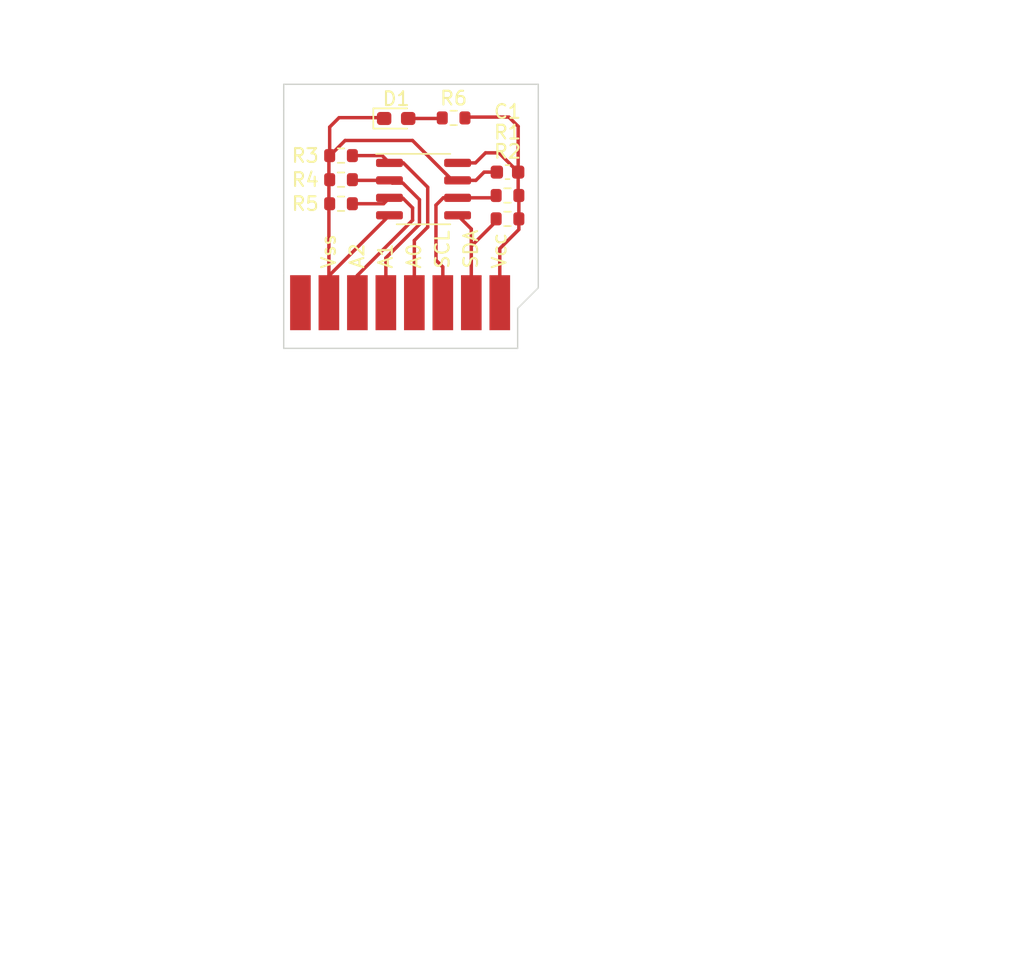
<source format=kicad_pcb>
(kicad_pcb (version 20211014) (generator pcbnew)
  (layers (0 "F.Cu" signal) (31 "B.Cu" signal) (34 "B.Paste" user) (35 "F.Paste" user) (36 "B.SilkS" user "B.Silkscreen") (37 "F.SilkS" user "F.Silkscreen") (38 "B.Mask" user) (39 "F.Mask" user) (44 "Edge.Cuts" user))
  (net 0 "")
  (net 2 "VCC")
  (net 3 "VSS")
  (net 4 "Net-(D1-Pad2)")
  (net 5 "/A0")
  (net 6 "/A1")
  (net 7 "/A2")
  (net 8 "/SDA")
  (net 9 "/SCL")
  (footprint "01_Passives:RES_0603" (layer "F.Cu") (at 118.06 84.9)
    (fp_text reference "R3" (at -2.6 0) (layer "F.SilkS"))
    (fp_text value "RES_0603_10K_1%")
    (fp_line (start -0.237258 -0.5225) (end 0.237258 -0.5225) (layer "F.SilkS") (width 0.12))
    (fp_line (start -0.237258 0.5225) (end 0.237258 0.5225) (layer "F.SilkS") (width 0.12))
    (pad "1" smd roundrect (at -0.825 0) (size 0.8 0.95) (layers "F.Cu" "F.Paste" "F.Mask") (net 3 "VSS"))
    (pad "2" smd roundrect (at 0.825 0) (size 0.8 0.95) (layers "F.Cu" "F.Paste" "F.Mask") (net 5 "/A0"))
  )
  (footprint "01_Passives:CAP_0603" (layer "F.Cu") (at 130.16 86.1 180)
    (fp_text reference "C1" (at 0 4.4) (layer "F.SilkS"))
    (fp_text value "CAP_0603_100nF_50V")
    (fp_line (start -0.14058 -0.51) (end 0.14058 -0.51) (layer "F.SilkS") (width 0.12))
    (fp_line (start -0.14058 0.51) (end 0.14058 0.51) (layer "F.SilkS") (width 0.12))
    (pad "1" smd roundrect (at -0.775 0 180) (size 0.9 0.95) (layers "F.Cu" "F.Paste" "F.Mask") (net 2 "VCC"))
    (pad "2" smd roundrect (at 0.775 0 180) (size 0.9 0.95) (layers "F.Cu" "F.Paste" "F.Mask") (net 3 "VSS"))
  )
  (footprint "01_Passives:RES_0603" (layer "F.Cu") (at 126.2425 82.16)
    (fp_text reference "R6" (at 0 -1.43) (layer "F.SilkS"))
    (fp_text value "RES_0603_150_1%")
    (fp_line (start -0.237258 0.5225) (end 0.237258 0.5225) (layer "F.SilkS") (width 0.12))
    (fp_line (start -0.237258 -0.5225) (end 0.237258 -0.5225) (layer "F.SilkS") (width 0.12))
    (pad "1" smd roundrect (at -0.825 0) (size 0.8 0.95) (layers "F.Cu" "F.Paste" "F.Mask") (net 4 "Net-(D1-Pad2)"))
    (pad "2" smd roundrect (at 0.825 0) (size 0.8 0.95) (layers "F.Cu" "F.Paste" "F.Mask") (net 2 "VCC"))
  )
  (footprint "01_Passives:RES_0603" (layer "F.Cu") (at 118.06 88.4)
    (fp_text reference "R5" (at -2.6 0) (layer "F.SilkS"))
    (fp_text value "RES_0603_10K_1%")
    (fp_line (start -0.237258 0.5225) (end 0.237258 0.5225) (layer "F.SilkS") (width 0.12))
    (fp_line (start -0.237258 -0.5225) (end 0.237258 -0.5225) (layer "F.SilkS") (width 0.12))
    (pad "1" smd roundrect (at -0.825 0) (size 0.8 0.95) (layers "F.Cu" "F.Paste" "F.Mask") (net 3 "VSS"))
    (pad "2" smd roundrect (at 0.825 0) (size 0.8 0.95) (layers "F.Cu" "F.Paste" "F.Mask") (net 7 "/A2"))
  )
  (footprint "LED_SMD:LED_0603_1608Metric_Pad1.05x0.95mm_HandSolder" (layer "F.Cu") (at 122.0675 82.2)
    (fp_text reference "D1" (at 0 -1.43) (layer "F.SilkS"))
    (fp_text value "LED")
    (fp_line (start 0.8 -0.735) (end -1.66 -0.735) (layer "F.SilkS") (width 0.12))
    (fp_line (start -1.66 -0.735) (end -1.66 0.735) (layer "F.SilkS") (width 0.12))
    (fp_line (start -1.66 0.735) (end 0.8 0.735) (layer "F.SilkS") (width 0.12))
    (pad "1" smd roundrect (at -0.875 0) (size 1.05 0.95) (layers "F.Cu" "F.Paste" "F.Mask") (net 3 "VSS"))
    (pad "2" smd roundrect (at 0.875 0) (size 1.05 0.95) (layers "F.Cu" "F.Paste" "F.Mask") (net 4 "Net-(D1-Pad2)"))
  )
  (footprint "01_Passives:RES_0603" (layer "F.Cu") (at 130.16 89.5)
    (fp_text reference "R1" (at 0 -6.3) (layer "F.SilkS"))
    (fp_text value "RES_0603_10K_1%")
    (fp_line (start -0.237258 0.5225) (end 0.237258 0.5225) (layer "F.SilkS") (width 0.12))
    (fp_line (start -0.237258 -0.5225) (end 0.237258 -0.5225) (layer "F.SilkS") (width 0.12))
    (pad "1" smd roundrect (at -0.825 0) (size 0.8 0.95) (layers "F.Cu" "F.Paste" "F.Mask") (net 8 "/SDA"))
    (pad "2" smd roundrect (at 0.825 0) (size 0.8 0.95) (layers "F.Cu" "F.Paste" "F.Mask") (net 2 "VCC"))
  )
  (footprint "01_Passives:RES_0603" (layer "F.Cu") (at 118.06 86.65)
    (fp_text reference "R4" (at -2.6 0) (layer "F.SilkS"))
    (fp_text value "RES_0603_10K_1%")
    (fp_line (start -0.237258 -0.5225) (end 0.237258 -0.5225) (layer "F.SilkS") (width 0.12))
    (fp_line (start -0.237258 0.5225) (end 0.237258 0.5225) (layer "F.SilkS") (width 0.12))
    (pad "1" smd roundrect (at -0.825 0) (size 0.8 0.95) (layers "F.Cu" "F.Paste" "F.Mask") (net 3 "VSS"))
    (pad "2" smd roundrect (at 0.825 0) (size 0.8 0.95) (layers "F.Cu" "F.Paste" "F.Mask") (net 6 "/A1"))
  )
  (footprint "02_Connectors:EEPROM_Cartridge_Connector" (layer "F.Cu") (at 122.359723 90.500338)
    (fp_text reference "J1" hide)
    (fp_text value "Conn_01x08_Male" hide)
    (pad "1" connect rect (at -7.250531 5.094158) (size 1.5 4) (layers "F.Cu" "F.Mask"))
    (pad "2" connect rect (at -5.180672 5.094158) (size 1.5 4) (layers "F.Cu" "F.Mask") (net 3 "VSS"))
    (pad "3" connect rect (at -3.110813 5.094158) (size 1.5 4) (layers "F.Cu" "F.Mask") (net 7 "/A2"))
    (pad "4" connect rect (at -1.040954 5.094158) (size 1.5 4) (layers "F.Cu" "F.Mask") (net 6 "/A1"))
    (pad "5" connect rect (at 1.028905 5.094158) (size 1.5 4) (layers "F.Cu" "F.Mask") (net 5 "/A0"))
    (pad "6" connect rect (at 3.098764 5.094158) (size 1.5 4) (layers "F.Cu" "F.Mask") (net 9 "/SCL"))
    (pad "7" connect rect (at 5.168623 5.094158) (size 1.5 4) (layers "F.Cu" "F.Mask") (net 8 "/SDA"))
    (pad "8" connect rect (at 7.238485 5.094158) (size 1.5 4) (layers "F.Cu" "F.Mask") (net 2 "VCC"))
  )
  (footprint "01_Passives:RES_0603" (layer "F.Cu") (at 130.16 87.8 180)
    (fp_text reference "R2" (at 0 3.2) (layer "F.SilkS"))
    (fp_text value "RES_0603_10K_1%")
    (fp_line (start -0.237258 -0.5225) (end 0.237258 -0.5225) (layer "F.SilkS") (width 0.12))
    (fp_line (start -0.237258 0.5225) (end 0.237258 0.5225) (layer "F.SilkS") (width 0.12))
    (pad "1" smd roundrect (at -0.825 0 180) (size 0.8 0.95) (layers "F.Cu" "F.Paste" "F.Mask") (net 2 "VCC"))
    (pad "2" smd roundrect (at 0.825 0 180) (size 0.8 0.95) (layers "F.Cu" "F.Paste" "F.Mask") (net 9 "/SCL"))
  )
  (footprint "Package_SO:SOIC-8_3.9x4.9mm_P1.27mm" (layer "F.Cu") (at 124.055949 87.334051)
    (fp_text reference "24LC512" hide)
    (fp_text value "24LC512")
    (fp_line (start 0 2.56) (end -1.95 2.56) (layer "F.SilkS") (width 0.12))
    (fp_line (start 0 -2.56) (end -3.45 -2.56) (layer "F.SilkS") (width 0.12))
    (fp_line (start 0 2.56) (end 1.95 2.56) (layer "F.SilkS") (width 0.12))
    (fp_line (start 0 -2.56) (end 1.95 -2.56) (layer "F.SilkS") (width 0.12))
    (pad "1" smd roundrect (at -2.475 -1.905) (size 1.95 0.6) (layers "F.Cu" "F.Paste" "F.Mask") (net 5 "/A0"))
    (pad "2" smd roundrect (at -2.475 -0.635) (size 1.95 0.6) (layers "F.Cu" "F.Paste" "F.Mask") (net 6 "/A1"))
    (pad "3" smd roundrect (at -2.475 0.635) (size 1.95 0.6) (layers "F.Cu" "F.Paste" "F.Mask") (net 7 "/A2"))
    (pad "4" smd roundrect (at -2.475 1.905) (size 1.95 0.6) (layers "F.Cu" "F.Paste" "F.Mask") (net 3 "VSS"))
    (pad "5" smd roundrect (at 2.475 1.905) (size 1.95 0.6) (layers "F.Cu" "F.Paste" "F.Mask") (net 8 "/SDA"))
    (pad "6" smd roundrect (at 2.475 0.635) (size 1.95 0.6) (layers "F.Cu" "F.Paste" "F.Mask") (net 9 "/SCL"))
    (pad "7" smd roundrect (at 2.475 -0.635) (size 1.95 0.6) (layers "F.Cu" "F.Paste" "F.Mask") (net 3 "VSS"))
    (pad "8" smd roundrect (at 2.475 -1.905) (size 1.95 0.6) (layers "F.Cu" "F.Paste" "F.Mask") (net 2 "VCC"))
  )
  (gr_line (start 113.895949 98.914051) (end 130.895949 98.914051) (layer "Edge.Cuts") (width 0.1))
  (gr_line (start 113.895949 81.514051) (end 113.895949 93.514051) (layer "Edge.Cuts") (width 0.1))
  (gr_line (start 113.895949 79.714051) (end 132.395949 79.714051) (layer "Edge.Cuts") (width 0.1))
  (gr_line (start 132.395949 79.714051) (end 132.395949 94.514051) (layer "Edge.Cuts") (width 0.1))
  (gr_line (start 113.895949 81.514051) (end 113.895949 79.714051) (layer "Edge.Cuts") (width 0.1))
  (gr_line (start 113.895949 93.514051) (end 113.895949 98.914051) (layer "Edge.Cuts") (width 0.1))
  (gr_line (start 130.895949 96.014051) (end 130.895949 98.914051) (layer "Edge.Cuts") (width 0.1))
  (gr_line (start 132.395949 94.514051) (end 130.895949 96.014051) (layer "Edge.Cuts") (width 0.1))
  (gr_text "SCL" (at 125.426664 91.72381 -270) (layer "F.SilkS") (effects (font (size 1 1))))
  (gr_text "Vss" (at 117.16 91.866667 -270) (layer "F.SilkS") (effects (font (size 1 1))))
  (gr_text "Vcc" (at 129.56 91.819048 -270) (layer "F.SilkS") (effects (font (size 1 1))))
  (gr_text "A0" (at 123.359998 92.2 -270) (layer "F.SilkS") (effects (font (size 1 1))))
  (gr_text "SDA" (at 127.49333 91.7 -270) (layer "F.SilkS") (effects (font (size 1 1))))
  (gr_text "A1" (at 121.293332 92.2 -270) (layer "F.SilkS") (effects (font (size 1 1))))
  (gr_text "A2" (at 119.226666 92.2 -270) (layer "F.SilkS") (effects (font (size 1 1))))
  (segment (start 129.598208 91.661792) (end 129.598208 95.594496) (width 0.25) (layer "F.Cu") (net 2))
  (segment (start 130.935 82.775) (end 130.935 86.1) (width 0.25) (layer "F.Cu") (net 2))
  (segment (start 130.985 89.5) (end 130.985 90.275) (width 0.25) (layer "F.Cu") (net 2))
  (segment (start 130.935 86.1) (end 130.935 87.75) (width 0.25) (layer "F.Cu") (net 2))
  (segment (start 128.56 84.7) (end 129.535 84.7) (width 0.25) (layer "F.Cu") (net 2))
  (segment (start 130.985 87.8) (end 130.985 89.5) (width 0.25) (layer "F.Cu") (net 2))
  (segment (start 127.830949 85.429051) (end 128.56 84.7) (width 0.25) (layer "F.Cu") (net 2))
  (segment (start 130.935 87.75) (end 130.985 87.8) (width 0.25) (layer "F.Cu") (net 2))
  (segment (start 130.985 90.275) (end 129.598208 91.661792) (width 0.25) (layer "F.Cu") (net 2))
  (segment (start 130.26 82.1) (end 130.935 82.775) (width 0.25) (layer "F.Cu") (net 2))
  (segment (start 129.535 84.7) (end 130.935 86.1) (width 0.25) (layer "F.Cu") (net 2))
  (segment (start 126.86 82.1) (end 130.26 82.1) (width 0.25) (layer "F.Cu") (net 2))
  (segment (start 126.530949 85.429051) (end 127.830949 85.429051) (width 0.25) (layer "F.Cu") (net 2))
  (segment (start 117.179051 95.594496) (end 117.179051 93.640949) (width 0.25) (layer "F.Cu") (net 3))
  (segment (start 117.235 84.9) (end 117.26 84.9) (width 0.25) (layer "F.Cu") (net 3))
  (segment (start 117.92 82.14) (end 121.1325 82.14) (width 0.25) (layer "F.Cu") (net 3))
  (segment (start 126.531898 86.7) (end 126.530949 86.699051) (width 0.25) (layer "F.Cu") (net 3))
  (segment (start 118.36 83.8) (end 123.255147 83.8) (width 0.25) (layer "F.Cu") (net 3))
  (segment (start 123.255147 83.8) (end 126.154198 86.699051) (width 0.25) (layer "F.Cu") (net 3))
  (segment (start 126.154198 86.699051) (end 126.530949 86.699051) (width 0.25) (layer "F.Cu") (net 3))
  (segment (start 117.179051 93.640949) (end 121.580949 89.239051) (width 0.25) (layer "F.Cu") (net 3))
  (segment (start 127.86 86.7) (end 126.531898 86.7) (width 0.25) (layer "F.Cu") (net 3))
  (segment (start 117.179051 84.955949) (end 117.235 84.9) (width 0.25) (layer "F.Cu") (net 3))
  (segment (start 121.1325 82.14) (end 121.1925 82.2) (width 0.25) (layer "F.Cu") (net 3))
  (segment (start 117.179051 95.594496) (end 117.179051 84.955949) (width 0.25) (layer "F.Cu") (net 3))
  (segment (start 128.46 86.1) (end 127.86 86.7) (width 0.25) (layer "F.Cu") (net 3))
  (segment (start 117.92 82.14) (end 117.235 82.825) (width 0.25) (layer "F.Cu") (net 3))
  (segment (start 117.26 84.9) (end 118.36 83.8) (width 0.25) (layer "F.Cu") (net 3))
  (segment (start 117.235 82.825) (end 117.235 84.9) (width 0.25) (layer "F.Cu") (net 3))
  (segment (start 129.385 86.1) (end 128.46 86.1) (width 0.25) (layer "F.Cu") (net 3))
  (segment (start 122.9425 82.2) (end 125.3775 82.2) (width 0.25) (layer "F.Cu") (net 4))
  (segment (start 125.3775 82.2) (end 125.4175 82.16) (width 0.25) (layer "F.Cu") (net 4))
  (segment (start 118.885 84.9) (end 121.051898 84.9) (width 0.25) (layer "F.Cu") (net 5))
  (segment (start 124.36 87.2) (end 122.589051 85.429051) (width 0.25) (layer "F.Cu") (net 5))
  (segment (start 124.36 90.1) (end 124.36 87.2) (width 0.25) (layer "F.Cu") (net 5))
  (segment (start 122.589051 85.429051) (end 121.580949 85.429051) (width 0.25) (layer "F.Cu") (net 5))
  (segment (start 123.388628 91.071372) (end 124.36 90.1) (width 0.25) (layer "F.Cu") (net 5))
  (segment (start 121.051898 84.9) (end 121.580949 85.429051) (width 0.25) (layer "F.Cu") (net 5))
  (segment (start 123.388628 95.594496) (end 123.388628 91.071372) (width 0.25) (layer "F.Cu") (net 5))
  (segment (start 123.76 88.1) (end 122.56 86.9) (width 0.25) (layer "F.Cu") (net 6))
  (segment (start 122.56 86.9) (end 121.781898 86.9) (width 0.25) (layer "F.Cu") (net 6))
  (segment (start 121.318769 92.341231) (end 123.76 89.9) (width 0.25) (layer "F.Cu") (net 6))
  (segment (start 123.76 89.9) (end 123.76 88.1) (width 0.25) (layer "F.Cu") (net 6))
  (segment (start 118.885 86.7) (end 121.58 86.7) (width 0.25) (layer "F.Cu") (net 6))
  (segment (start 121.781898 86.9) (end 121.580949 86.699051) (width 0.25) (layer "F.Cu") (net 6))
  (segment (start 121.58 86.7) (end 121.580949 86.699051) (width 0.25) (layer "F.Cu") (net 6))
  (segment (start 121.318769 95.594496) (end 121.318769 92.341231) (width 0.25) (layer "F.Cu") (net 6))
  (segment (start 119.24891 93.61109) (end 123.26 89.6) (width 0.25) (layer "F.Cu") (net 7))
  (segment (start 121.611898 88) (end 121.580949 87.969051) (width 0.25) (layer "F.Cu") (net 7))
  (segment (start 123.26 89.6) (end 123.26 88.7) (width 0.25) (layer "F.Cu") (net 7))
  (segment (start 123.26 88.7) (end 122.56 88) (width 0.25) (layer "F.Cu") (net 7))
  (segment (start 119.24891 95.594496) (end 119.24891 93.61109) (width 0.25) (layer "F.Cu") (net 7))
  (segment (start 121.15 88.4) (end 121.580949 87.969051) (width 0.25) (layer "F.Cu") (net 7))
  (segment (start 118.885 88.4) (end 121.15 88.4) (width 0.25) (layer "F.Cu") (net 7))
  (segment (start 122.56 88) (end 121.611898 88) (width 0.25) (layer "F.Cu") (net 7))
  (segment (start 127.528346 91.481654) (end 127.528346 95.594496) (width 0.25) (layer "F.Cu") (net 8))
  (segment (start 126.530949 89.239051) (end 127.528346 90.236448) (width 0.25) (layer "F.Cu") (net 8))
  (segment (start 129.36233 89.568629) (end 129.36233 89.64767) (width 0.25) (layer "F.Cu") (net 8))
  (segment (start 129.36233 89.64767) (end 127.528346 91.481654) (width 0.25) (layer "F.Cu") (net 8))
  (segment (start 127.528346 90.236448) (end 127.528346 91.481654) (width 0.25) (layer "F.Cu") (net 8))
  (segment (start 124.96 88.5) (end 124.96 92.5) (width 0.25) (layer "F.Cu") (net 9))
  (segment (start 126.530949 87.969051) (end 125.490949 87.969051) (width 0.25) (layer "F.Cu") (net 9))
  (segment (start 124.96 92.5) (end 125.458487 92.998487) (width 0.25) (layer "F.Cu") (net 9))
  (segment (start 125.458487 92.998487) (end 125.458487 95.594496) (width 0.25) (layer "F.Cu") (net 9))
  (segment (start 125.490949 87.969051) (end 124.96 88.5) (width 0.25) (layer "F.Cu") (net 9))
  (segment (start 129.350469 87.789506) (end 129.170924 87.969051) (width 0.25) (layer "F.Cu") (net 9))
  (segment (start 129.170924 87.969051) (end 126.530949 87.969051) (width 0.25) (layer "F.Cu") (net 9))
)
</source>
